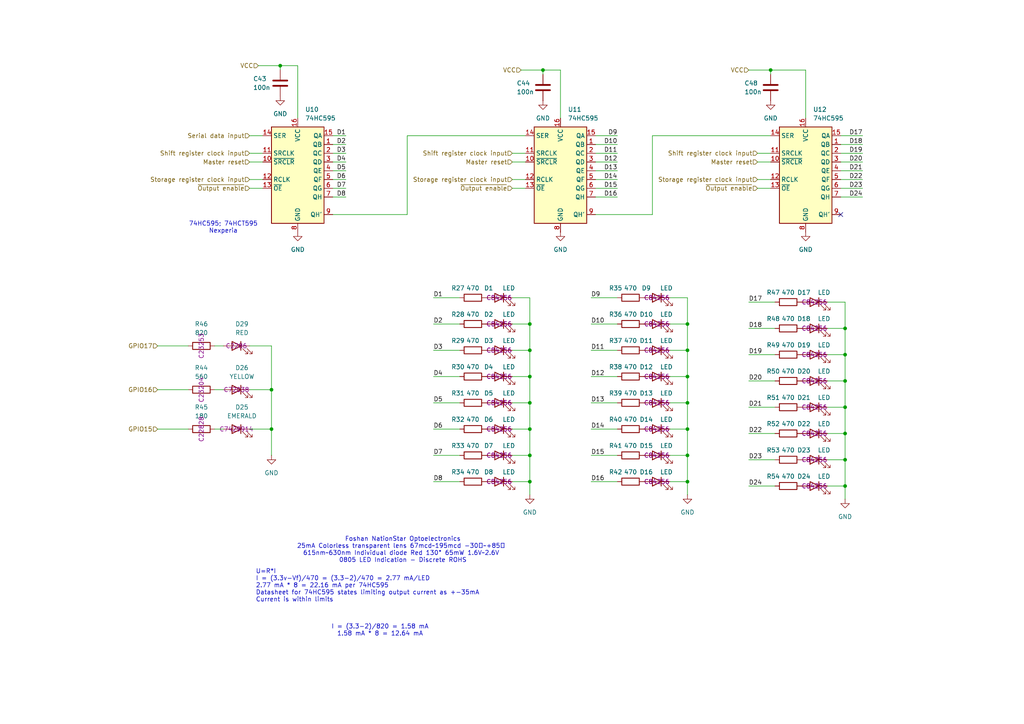
<source format=kicad_sch>
(kicad_sch (version 20250114) (generator "eeschema") (generator_version "9.0")
  (paper "A4")
  (lib_symbols
    (symbol "74xx:74HC595"
      (property "Reference" "U" (at -7.62 13.97 0))
      (property "Value" "74HC595" (at -7.62 -16.51 0))
      (symbol "74HC595_1_0"
        (pin input line (at -10.16 10.16 0) (length 2.54) (name "SER") (number "14"))
        (pin input line (at -10.16 5.08 0) (length 2.54) (name "SRCLK") (number "11"))
        (pin input line (at -10.16 2.54 0) (length 2.54) (name "~{SRCLR}") (number "10"))
        (pin input line (at -10.16 -2.54 0) (length 2.54) (name "RCLK") (number "12"))
        (pin input line (at -10.16 -5.08 0) (length 2.54) (name "~{OE}") (number "13"))
        (pin power_in line (at 0 15.24 270) (length 2.54) (name "VCC") (number "16"))
        (pin power_in line (at 0 -17.78 90) (length 2.54) (name "GND") (number "8"))
        (pin tri_state line (at 10.16 10.16 180) (length 2.54) (name "QA") (number "15"))
        (pin tri_state line (at 10.16 7.62 180) (length 2.54) (name "QB") (number "1"))
        (pin tri_state line (at 10.16 5.08 180) (length 2.54) (name "QC") (number "2"))
        (pin tri_state line (at 10.16 2.54 180) (length 2.54) (name "QD") (number "3"))
        (pin tri_state line (at 10.16 0 180) (length 2.54) (name "QE") (number "4"))
        (pin tri_state line (at 10.16 -2.54 180) (length 2.54) (name "QF") (number "5"))
        (pin tri_state line (at 10.16 -5.08 180) (length 2.54) (name "QG") (number "6"))
        (pin tri_state line (at 10.16 -7.62 180) (length 2.54) (name "QH") (number "7"))
        (pin output line (at 10.16 -12.7 180) (length 2.54) (name "QH'") (number "9"))
      )
      (symbol "74HC595_1_1"
        (rectangle (start -7.62 12.7) (end 7.62 -15.24) (stroke (width 0.254)) (fill (type background)))
      )
    )
    (symbol "Device:C" (pin_numbers (hide yes)) (pin_names (offset 0.254))
      (property "Reference" "C" (at 0.635 2.54 0))
      (property "Value" "C" (at 0.635 -2.54 0))
      (symbol "C_0_1"
        (polyline (pts (xy -2.032 0.762) (xy 2.032 0.762)) (stroke (width 0.508)))
        (polyline (pts (xy -2.032 -0.762) (xy 2.032 -0.762)) (stroke (width 0.508)))
      )
      (symbol "C_1_1"
        (pin passive line (at 0 3.81 270) (length 2.794) (name "~") (number "1"))
        (pin passive line (at 0 -3.81 90) (length 2.794) (name "~") (number "2"))
      )
    )
    (symbol "Device:LED" (pin_numbers (hide yes)) (pin_names (offset 1.016) (hide yes))
      (property "Reference" "D" (at 0 2.54 0))
      (property "Value" "LED" (at 0 -2.54 0))
      (symbol "LED_0_1"
        (polyline (pts (xy -3.048 -0.762) (xy -4.572 -2.286) (xy -3.81 -2.286) (xy -4.572 -2.286) (xy -4.572 -1.524)))
        (polyline (pts (xy -1.778 -0.762) (xy -3.302 -2.286) (xy -2.54 -2.286) (xy -3.302 -2.286) (xy -3.302 -1.524)))
        (polyline (pts (xy -1.27 0) (xy 1.27 0)))
        (polyline (pts (xy -1.27 -1.27) (xy -1.27 1.27)) (stroke (width 0.254)))
        (polyline (pts (xy 1.27 -1.27) (xy 1.27 1.27) (xy -1.27 0) (xy 1.27 -1.27)) (stroke (width 0.254)))
      )
      (symbol "LED_1_1"
        (pin passive line (at -3.81 0 0) (length 2.54) (name "K") (number "1"))
        (pin passive line (at 3.81 0 180) (length 2.54) (name "A") (number "2"))
      )
    )
    (symbol "Device:R" (pin_numbers (hide yes)) (pin_names (offset 0))
      (property "Reference" "R" (at 2.032 0 90))
      (property "Value" "R" (at 0 0 90))
      (symbol "R_0_1"
        (rectangle (start -1.016 -2.54) (end 1.016 2.54) (stroke (width 0.254)))
      )
      (symbol "R_1_1"
        (pin passive line (at 0 3.81 270) (length 1.27) (name "~") (number "1"))
        (pin passive line (at 0 -3.81 90) (length 1.27) (name "~") (number "2"))
      )
    )
    (symbol "GND_2" (power) (pin_numbers (hide yes)) (pin_names (offset 0) (hide yes))
      (property "Value" "GND" (at 0 -3.81 0))
      (symbol "GND_2_0_1"
        (polyline (pts (xy 0 0) (xy 0 -1.27) (xy 1.27 -1.27) (xy 0 -2.54) (xy -1.27 -1.27) (xy 0 -1.27)))
      )
      (symbol "GND_2_1_1"
        (pin power_in line (at 0 0 270) (length 0) (name "~") (number "1"))
      )
    )
    (symbol "power:GND" (power) (pin_numbers (hide yes)) (pin_names (offset 0) (hide yes))
      (property "Value" "GND" (at 0 -3.81 0))
      (symbol "GND_0_1"
        (polyline (pts (xy 0 0) (xy 0 -1.27) (xy 1.27 -1.27) (xy 0 -2.54) (xy -1.27 -1.27) (xy 0 -1.27)))
      )
      (symbol "GND_1_1"
        (pin power_in line (at 0 0 270) (length 0) (name "~") (number "1"))
      )
    )
  )
  (text "74HC595; 74HCT595\nNexperia\n" (at 64.77 66.04 0) (effects (font (size 1.27 1.27))))
  (text "I = (3.3-2)/820 = 1.58 mA\n1.58 mA * 8 = 12.64 mA\n" (at 110.236 182.88 0) (effects (font (size 1.27 1.27))))
  (text "Foshan NationStar Optoelectronics\n25mA Colorless transparent lens 67mcd~195mcd -30℃~+85℃ \n615nm~630nm Individual diode Red 130° 65mW 1.6V~2.6V \n0805 LED Indication - Discrete ROHS" (at 116.84 159.512 0) (effects (font (size 1.27 1.27))))
  (text "U=R*I\nI = (3.3v-Vf)/470 = (3.3-2)/470 = 2.77 mA/LED\n2.77 mA * 8 = 22.16 mA per 74HC595\nDatasheet for 74HC595 states limiting output current as +-35mA\nCurrent is within limits" (at 74.168 169.926 0) (effects (font (size 1.27 1.27)) (justify left)))
  (junction (at 78.74 124.46))
  (junction (at 199.39 93.98))
  (junction (at 245.11 102.87))
  (junction (at 245.11 118.11))
  (junction (at 223.52 20.32))
  (junction (at 153.67 93.98))
  (junction (at 199.39 124.46))
  (junction (at 245.11 125.73))
  (junction (at 199.39 139.7))
  (junction (at 153.67 139.7))
  (junction (at 153.67 109.22))
  (junction (at 153.67 101.6))
  (junction (at 199.39 101.6))
  (junction (at 199.39 132.08))
  (junction (at 153.67 116.84))
  (junction (at 153.67 124.46))
  (junction (at 153.67 132.08))
  (junction (at 245.11 133.35))
  (junction (at 81.28 19.05))
  (junction (at 199.39 109.22))
  (junction (at 199.39 116.84))
  (junction (at 245.11 140.97))
  (junction (at 245.11 110.49))
  (junction (at 245.11 95.25))
  (junction (at 157.48 20.32))
  (junction (at 78.74 113.03))
  (no_connect (at 243.84 62.23))
  (wire (pts (xy 78.74 113.03) (xy 72.39 113.03)))
  (wire (pts (xy 148.59 101.6) (xy 153.67 101.6)))
  (wire (pts (xy 148.59 132.08) (xy 153.67 132.08)))
  (wire (pts (xy 250.19 39.37) (xy 243.84 39.37)))
  (wire (pts (xy 153.67 86.36) (xy 153.67 93.98)))
  (wire (pts (xy 74.93 19.05) (xy 81.28 19.05)))
  (wire (pts (xy 240.03 118.11) (xy 245.11 118.11)))
  (wire (pts (xy 81.28 20.32) (xy 81.28 19.05)))
  (wire (pts (xy 96.52 54.61) (xy 100.33 54.61)))
  (wire (pts (xy 171.45 86.36) (xy 179.07 86.36)))
  (wire (pts (xy 125.73 132.08) (xy 133.35 132.08)))
  (wire (pts (xy 194.31 86.36) (xy 199.39 86.36)))
  (wire (pts (xy 240.03 87.63) (xy 245.11 87.63)))
  (wire (pts (xy 199.39 124.46) (xy 199.39 132.08)))
  (wire (pts (xy 162.56 20.32) (xy 162.56 34.29)))
  (wire (pts (xy 171.45 116.84) (xy 179.07 116.84)))
  (wire (pts (xy 96.52 57.15) (xy 100.33 57.15)))
  (wire (pts (xy 148.59 93.98) (xy 153.67 93.98)))
  (wire (pts (xy 194.31 93.98) (xy 199.39 93.98)))
  (wire (pts (xy 72.39 39.37) (xy 76.2 39.37)))
  (wire (pts (xy 217.17 87.63) (xy 224.79 87.63)))
  (wire (pts (xy 148.59 86.36) (xy 153.67 86.36)))
  (wire (pts (xy 118.11 39.37) (xy 152.4 39.37)))
  (wire (pts (xy 179.07 44.45) (xy 172.72 44.45)))
  (wire (pts (xy 148.59 139.7) (xy 153.67 139.7)))
  (wire (pts (xy 219.71 54.61) (xy 223.52 54.61)))
  (wire (pts (xy 219.71 52.07) (xy 223.52 52.07)))
  (wire (pts (xy 217.17 102.87) (xy 224.79 102.87)))
  (wire (pts (xy 223.52 20.32) (xy 223.52 21.59)))
  (wire (pts (xy 86.36 19.05) (xy 86.36 34.29)))
  (wire (pts (xy 153.67 139.7) (xy 153.67 143.51)))
  (wire (pts (xy 72.39 52.07) (xy 76.2 52.07)))
  (wire (pts (xy 240.03 140.97) (xy 245.11 140.97)))
  (wire (pts (xy 171.45 109.22) (xy 179.07 109.22)))
  (wire (pts (xy 245.11 133.35) (xy 245.11 140.97)))
  (wire (pts (xy 217.17 118.11) (xy 224.79 118.11)))
  (wire (pts (xy 250.19 46.99) (xy 243.84 46.99)))
  (wire (pts (xy 199.39 109.22) (xy 199.39 116.84)))
  (wire (pts (xy 148.59 109.22) (xy 153.67 109.22)))
  (wire (pts (xy 96.52 46.99) (xy 100.33 46.99)))
  (wire (pts (xy 217.17 20.32) (xy 223.52 20.32)))
  (wire (pts (xy 64.77 113.03) (xy 62.23 113.03)))
  (wire (pts (xy 125.73 86.36) (xy 133.35 86.36)))
  (wire (pts (xy 153.67 101.6) (xy 153.67 109.22)))
  (wire (pts (xy 179.07 46.99) (xy 172.72 46.99)))
  (wire (pts (xy 54.61 124.46) (xy 45.72 124.46)))
  (wire (pts (xy 153.67 93.98) (xy 153.67 101.6)))
  (wire (pts (xy 125.73 109.22) (xy 133.35 109.22)))
  (wire (pts (xy 217.17 133.35) (xy 224.79 133.35)))
  (wire (pts (xy 245.11 125.73) (xy 245.11 133.35)))
  (wire (pts (xy 153.67 132.08) (xy 153.67 139.7)))
  (wire (pts (xy 245.11 110.49) (xy 245.11 118.11)))
  (wire (pts (xy 151.13 20.32) (xy 157.48 20.32)))
  (wire (pts (xy 194.31 109.22) (xy 199.39 109.22)))
  (wire (pts (xy 245.11 118.11) (xy 245.11 125.73)))
  (wire (pts (xy 199.39 93.98) (xy 199.39 101.6)))
  (wire (pts (xy 219.71 44.45) (xy 223.52 44.45)))
  (wire (pts (xy 125.73 93.98) (xy 133.35 93.98)))
  (wire (pts (xy 189.23 39.37) (xy 223.52 39.37)))
  (wire (pts (xy 153.67 124.46) (xy 153.67 132.08)))
  (wire (pts (xy 179.07 54.61) (xy 172.72 54.61)))
  (wire (pts (xy 171.45 124.46) (xy 179.07 124.46)))
  (wire (pts (xy 240.03 133.35) (xy 245.11 133.35)))
  (wire (pts (xy 223.52 20.32) (xy 233.68 20.32)))
  (wire (pts (xy 153.67 109.22) (xy 153.67 116.84)))
  (wire (pts (xy 199.39 86.36) (xy 199.39 93.98)))
  (wire (pts (xy 179.07 41.91) (xy 172.72 41.91)))
  (wire (pts (xy 194.31 132.08) (xy 199.39 132.08)))
  (wire (pts (xy 217.17 110.49) (xy 224.79 110.49)))
  (wire (pts (xy 171.45 101.6) (xy 179.07 101.6)))
  (wire (pts (xy 78.74 100.33) (xy 72.39 100.33)))
  (wire (pts (xy 217.17 125.73) (xy 224.79 125.73)))
  (wire (pts (xy 189.23 39.37) (xy 189.23 62.23)))
  (wire (pts (xy 96.52 52.07) (xy 100.33 52.07)))
  (wire (pts (xy 78.74 124.46) (xy 78.74 132.08)))
  (wire (pts (xy 171.45 93.98) (xy 179.07 93.98)))
  (wire (pts (xy 245.11 140.97) (xy 245.11 144.78)))
  (wire (pts (xy 199.39 139.7) (xy 199.39 143.51)))
  (wire (pts (xy 96.52 39.37) (xy 100.33 39.37)))
  (wire (pts (xy 148.59 54.61) (xy 152.4 54.61)))
  (wire (pts (xy 125.73 116.84) (xy 133.35 116.84)))
  (wire (pts (xy 64.77 100.33) (xy 62.23 100.33)))
  (wire (pts (xy 194.31 124.46) (xy 199.39 124.46)))
  (wire (pts (xy 245.11 102.87) (xy 245.11 110.49)))
  (wire (pts (xy 245.11 87.63) (xy 245.11 95.25)))
  (wire (pts (xy 54.61 100.33) (xy 45.72 100.33)))
  (wire (pts (xy 78.74 113.03) (xy 78.74 124.46)))
  (wire (pts (xy 219.71 46.99) (xy 223.52 46.99)))
  (wire (pts (xy 62.23 124.46) (xy 64.77 124.46)))
  (wire (pts (xy 171.45 139.7) (xy 179.07 139.7)))
  (wire (pts (xy 96.52 62.23) (xy 118.11 62.23)))
  (wire (pts (xy 171.45 132.08) (xy 179.07 132.08)))
  (wire (pts (xy 153.67 116.84) (xy 153.67 124.46)))
  (wire (pts (xy 148.59 46.99) (xy 152.4 46.99)))
  (wire (pts (xy 125.73 139.7) (xy 133.35 139.7)))
  (wire (pts (xy 199.39 101.6) (xy 199.39 109.22)))
  (wire (pts (xy 240.03 95.25) (xy 245.11 95.25)))
  (wire (pts (xy 96.52 44.45) (xy 100.33 44.45)))
  (wire (pts (xy 172.72 62.23) (xy 189.23 62.23)))
  (wire (pts (xy 78.74 100.33) (xy 78.74 113.03)))
  (wire (pts (xy 125.73 124.46) (xy 133.35 124.46)))
  (wire (pts (xy 250.19 41.91) (xy 243.84 41.91)))
  (wire (pts (xy 194.31 101.6) (xy 199.39 101.6)))
  (wire (pts (xy 179.07 39.37) (xy 172.72 39.37)))
  (wire (pts (xy 148.59 116.84) (xy 153.67 116.84)))
  (wire (pts (xy 250.19 54.61) (xy 243.84 54.61)))
  (wire (pts (xy 125.73 101.6) (xy 133.35 101.6)))
  (wire (pts (xy 217.17 95.25) (xy 224.79 95.25)))
  (wire (pts (xy 245.11 95.25) (xy 245.11 102.87)))
  (wire (pts (xy 72.39 46.99) (xy 76.2 46.99)))
  (wire (pts (xy 157.48 20.32) (xy 157.48 21.59)))
  (wire (pts (xy 250.19 52.07) (xy 243.84 52.07)))
  (wire (pts (xy 250.19 44.45) (xy 243.84 44.45)))
  (wire (pts (xy 72.39 54.61) (xy 76.2 54.61)))
  (wire (pts (xy 96.52 41.91) (xy 100.33 41.91)))
  (wire (pts (xy 179.07 57.15) (xy 172.72 57.15)))
  (wire (pts (xy 118.11 62.23) (xy 118.11 39.37)))
  (wire (pts (xy 250.19 49.53) (xy 243.84 49.53)))
  (wire (pts (xy 240.03 125.73) (xy 245.11 125.73)))
  (wire (pts (xy 54.61 113.03) (xy 45.72 113.03)))
  (wire (pts (xy 81.28 19.05) (xy 86.36 19.05)))
  (wire (pts (xy 96.52 49.53) (xy 100.33 49.53)))
  (wire (pts (xy 194.31 139.7) (xy 199.39 139.7)))
  (wire (pts (xy 148.59 124.46) (xy 153.67 124.46)))
  (wire (pts (xy 148.59 44.45) (xy 152.4 44.45)))
  (wire (pts (xy 199.39 116.84) (xy 199.39 124.46)))
  (wire (pts (xy 179.07 49.53) (xy 172.72 49.53)))
  (wire (pts (xy 217.17 140.97) (xy 224.79 140.97)))
  (wire (pts (xy 157.48 20.32) (xy 162.56 20.32)))
  (wire (pts (xy 148.59 52.07) (xy 152.4 52.07)))
  (wire (pts (xy 240.03 110.49) (xy 245.11 110.49)))
  (wire (pts (xy 72.39 44.45) (xy 76.2 44.45)))
  (wire (pts (xy 78.74 124.46) (xy 72.39 124.46)))
  (wire (pts (xy 240.03 102.87) (xy 245.11 102.87)))
  (wire (pts (xy 194.31 116.84) (xy 199.39 116.84)))
  (wire (pts (xy 250.19 57.15) (xy 243.84 57.15)))
  (wire (pts (xy 179.07 52.07) (xy 172.72 52.07)))
  (wire (pts (xy 199.39 132.08) (xy 199.39 139.7)))
  (wire (pts (xy 233.68 20.32) (xy 233.68 34.29)))
  (label "D14" (at 179.07 52.07 180))
  (label "D6" (at 125.73 124.46 0))
  (label "D4" (at 125.73 109.22 0))
  (label "D22" (at 217.17 125.73 0))
  (label "D8" (at 100.33 57.15 180))
  (label "D21" (at 250.19 49.53 180))
  (label "D6" (at 100.33 52.07 180))
  (label "D7" (at 125.73 132.08 0))
  (label "D13" (at 171.45 116.84 0))
  (label "D21" (at 217.17 118.11 0))
  (label "D24" (at 250.19 57.15 180))
  (label "D15" (at 171.45 132.08 0))
  (label "D10" (at 179.07 41.91 180))
  (label "D2" (at 125.73 93.98 0))
  (label "D1" (at 100.33 39.37 180))
  (label "D16" (at 179.07 57.15 180))
  (label "D7" (at 100.33 54.61 180))
  (label "D17" (at 217.17 87.63 0))
  (label "D5" (at 100.33 49.53 180))
  (label "D14" (at 171.45 124.46 0))
  (label "D1" (at 125.73 86.36 0))
  (label "D12" (at 179.07 46.99 180))
  (label "D17" (at 250.19 39.37 180))
  (label "D3" (at 100.33 44.45 180))
  (label "D23" (at 250.19 54.61 180))
  (label "D19" (at 250.19 44.45 180))
  (label "D12" (at 171.45 109.22 0))
  (label "D18" (at 217.17 95.25 0))
  (label "D5" (at 125.73 116.84 0))
  (label "D9" (at 179.07 39.37 180))
  (label "D23" (at 217.17 133.35 0))
  (label "D19" (at 217.17 102.87 0))
  (label "D4" (at 100.33 46.99 180))
  (label "D16" (at 171.45 139.7 0))
  (label "D18" (at 250.19 41.91 180))
  (label "D11" (at 171.45 101.6 0))
  (label "D11" (at 179.07 44.45 180))
  (label "D2" (at 100.33 41.91 180))
  (label "D13" (at 179.07 49.53 180))
  (label "D10" (at 171.45 93.98 0))
  (label "D9" (at 171.45 86.36 0))
  (label "D8" (at 125.73 139.7 0))
  (label "D24" (at 217.17 140.97 0))
  (label "D15" (at 179.07 54.61 180))
  (label "D20" (at 250.19 46.99 180))
  (label "D3" (at 125.73 101.6 0))
  (label "D20" (at 217.17 110.49 0))
  (label "D22" (at 250.19 52.07 180))
  (hierarchical_label "VCC" (shape input) (at 217.17 20.32 180))
  (hierarchical_label "VCC" (shape input) (at 74.93 19.05 180))
  (hierarchical_label "GPIO16" (shape input) (at 45.72 113.03 180))
  (hierarchical_label "~{Output enable}" (shape input) (at 148.59 54.61 180))
  (hierarchical_label "VCC" (shape input) (at 151.13 20.32 180))
  (hierarchical_label "GPIO15" (shape input) (at 45.72 124.46 180))
  (hierarchical_label "Serial data input" (shape input) (at 72.39 39.37 180))
  (hierarchical_label "Master reset" (shape input) (at 72.39 46.99 180))
  (hierarchical_label "Master reset" (shape input) (at 148.59 46.99 180))
  (hierarchical_label "Master reset" (shape input) (at 219.71 46.99 180))
  (hierarchical_label "Storage register clock input" (shape input) (at 72.39 52.07 180))
  (hierarchical_label "~{Output enable}" (shape input) (at 72.39 54.61 180))
  (hierarchical_label "Storage register clock input" (shape input) (at 219.71 52.07 180))
  (hierarchical_label "Shift register clock input" (shape input) (at 72.39 44.45 180))
  (hierarchical_label "Storage register clock input" (shape input) (at 148.59 52.07 180))
  (hierarchical_label "Shift register clock input" (shape input) (at 148.59 44.45 180))
  (hierarchical_label "Shift register clock input" (shape input) (at 219.71 44.45 180))
  (hierarchical_label "GPIO17" (shape input) (at 45.72 100.33 180))
  (hierarchical_label "~{Output enable}" (shape input) (at 219.71 54.61 180))
  (symbol (lib_id "power:GND") (at 223.52 29.21 0) (unit 1)
    (property "Reference" "#PWR080" (effects (hide yes)))
    (property "Value" "GND" (at 223.52 34.29 0))
    (property "Description" "Power symbol creates a global label with name \"GND\" , ground" (effects (hide yes)))
  )
  (symbol (lib_id "Device:LED") (at 236.22 125.73 0) (mirror y) (unit 1)
    (property "Reference" "D22" (at 233.172 122.936 0))
    (property "Value" "LED" (at 239.014 122.936 0))
    (property "Footprint" "LED_SMD:LED_0805_2012Metric" (effects (hide yes)))
    (property "Description" "Light emitting diode" (effects (hide yes)))
    (property "Sim.Pins" "1=K 2=A" (effects (hide yes)))
    (property "LCSC" "C84256" (at 236.22 125.73 0))
  )
  (symbol (lib_id "Device:R") (at 228.6 140.97 270) (unit 1)
    (property "Reference" "R54" (at 224.282 138.176 90))
    (property "Value" "470" (at 228.6 138.176 90))
    (property "Footprint" "Resistor_SMD:R_0402_1005Metric" (effects (hide yes)))
    (property "Datasheet" "https://jlcpcb.com/partdetail/25860-0402WGF4700TCE/C25117" (effects (hide yes)))
    (property "Description" "Resistor" (effects (hide yes)))
    (property "LCSC" "C25117" (effects (hide yes)))
  )
  (symbol (lib_id "Device:LED") (at 144.78 93.98 0) (mirror y) (unit 1)
    (property "Reference" "D2" (at 141.732 91.186 0))
    (property "Value" "LED" (at 147.574 91.186 0))
    (property "Footprint" "LED_SMD:LED_0805_2012Metric" (effects (hide yes)))
    (property "Description" "Light emitting diode" (effects (hide yes)))
    (property "Sim.Pins" "1=K 2=A" (effects (hide yes)))
    (property "LCSC" "C84256" (at 144.78 93.98 0))
  )
  (symbol (lib_id "Device:LED") (at 144.78 86.36 0) (mirror y) (unit 1)
    (property "Reference" "D1" (at 141.732 83.566 0))
    (property "Value" "LED" (at 147.574 83.566 0))
    (property "Footprint" "LED_SMD:LED_0805_2012Metric" (effects (hide yes)))
    (property "Datasheet" "https://jlcpcb.com/api/file/downloadByFileSystemAccessId/8550724080677908480" (effects (hide yes)))
    (property "Description" "Light emitting diode" (effects (hide yes)))
    (property "Sim.Pins" "1=K 2=A" (effects (hide yes)))
    (property "LCSC" "C84256" (at 144.78 86.36 0))
  )
  (symbol (lib_id "Device:LED") (at 190.5 109.22 0) (mirror y) (unit 1)
    (property "Reference" "D12" (at 187.452 106.426 0))
    (property "Value" "LED" (at 193.294 106.426 0))
    (property "Footprint" "LED_SMD:LED_0805_2012Metric" (effects (hide yes)))
    (property "Description" "Light emitting diode" (effects (hide yes)))
    (property "Sim.Pins" "1=K 2=A" (effects (hide yes)))
    (property "LCSC" "C84256" (at 190.5 109.22 0))
  )
  (symbol (lib_id "Device:LED") (at 144.78 132.08 0) (mirror y) (unit 1)
    (property "Reference" "D7" (at 141.732 129.286 0))
    (property "Value" "LED" (at 147.574 129.286 0))
    (property "Footprint" "LED_SMD:LED_0805_2012Metric" (effects (hide yes)))
    (property "Description" "Light emitting diode" (effects (hide yes)))
    (property "Sim.Pins" "1=K 2=A" (effects (hide yes)))
    (property "LCSC" "C84256" (at 144.78 132.08 0))
  )
  (symbol (lib_id "Device:LED") (at 190.5 124.46 0) (mirror y) (unit 1)
    (property "Reference" "D14" (at 187.452 121.666 0))
    (property "Value" "LED" (at 193.294 121.666 0))
    (property "Footprint" "LED_SMD:LED_0805_2012Metric" (effects (hide yes)))
    (property "Description" "Light emitting diode" (effects (hide yes)))
    (property "Sim.Pins" "1=K 2=A" (effects (hide yes)))
    (property "LCSC" "C84256" (at 190.5 124.46 0))
  )
  (symbol (lib_id "Device:LED") (at 68.58 113.03 0) (mirror y) (unit 1)
    (property "Reference" "D26" (at 70.1675 106.68 0))
    (property "Value" "YELLOW" (at 70.1675 109.22 0))
    (property "Footprint" "LED_SMD:LED_0603_1608Metric" (effects (hide yes)))
    (property "Datasheet" "https://jlcpcb.com/partdetail/73147-19_213_Y2C_CQ2R2L_3T_CY/C72038" (effects (hide yes)))
    (property "Description" "Light emitting diode" (effects (hide yes)))
    (property "Sim.Pins" "1=K 2=A" (effects (hide yes)))
    (property "LCSC" "C72038" (at 68.58 113.03 0))
  )
  (symbol (lib_id "Device:R") (at 182.88 93.98 270) (unit 1)
    (property "Reference" "R36" (at 178.562 91.186 90))
    (property "Value" "470" (at 182.88 91.186 90))
    (property "Footprint" "Resistor_SMD:R_0402_1005Metric" (effects (hide yes)))
    (property "Datasheet" "https://jlcpcb.com/partdetail/25860-0402WGF4700TCE/C25117" (effects (hide yes)))
    (property "Description" "Resistor" (effects (hide yes)))
    (property "LCSC" "C25117" (effects (hide yes)))
  )
  (symbol (lib_id "Device:R") (at 182.88 109.22 270) (unit 1)
    (property "Reference" "R38" (at 178.562 106.426 90))
    (property "Value" "470" (at 182.88 106.426 90))
    (property "Footprint" "Resistor_SMD:R_0402_1005Metric" (effects (hide yes)))
    (property "Datasheet" "https://jlcpcb.com/partdetail/25860-0402WGF4700TCE/C25117" (effects (hide yes)))
    (property "Description" "Resistor" (effects (hide yes)))
    (property "LCSC" "C25117" (effects (hide yes)))
  )
  (symbol (lib_id "Device:LED") (at 144.78 101.6 0) (mirror y) (unit 1)
    (property "Reference" "D3" (at 141.732 98.806 0))
    (property "Value" "LED" (at 147.574 98.806 0))
    (property "Footprint" "LED_SMD:LED_0805_2012Metric" (effects (hide yes)))
    (property "Description" "Light emitting diode" (effects (hide yes)))
    (property "Sim.Pins" "1=K 2=A" (effects (hide yes)))
    (property "LCSC" "C84256" (at 144.78 101.6 0))
  )
  (symbol (lib_id "power:GND") (at 233.68 67.31 0) (unit 1)
    (property "Reference" "#PWR079" (effects (hide yes)))
    (property "Value" "GND" (at 233.68 72.39 0))
    (property "Description" "Power symbol creates a global label with name \"GND\" , ground" (effects (hide yes)))
  )
  (symbol (lib_id "power:GND") (at 153.67 143.51 0) (unit 1)
    (property "Reference" "#PWR063" (effects (hide yes)))
    (property "Value" "GND" (at 153.67 148.59 0))
    (property "Description" "Power symbol creates a global label with name \"GND\" , ground" (effects (hide yes)))
  )
  (symbol (lib_id "Device:LED") (at 68.58 124.46 0) (mirror y) (unit 1)
    (property "Reference" "D25" (at 70.1675 118.11 0))
    (property "Value" "EMERALD" (at 70.1675 120.65 0))
    (property "Footprint" "LED_SMD:LED_0603_1608Metric" (effects (hide yes)))
    (property "Datasheet" "https://jlcpcb.com/partdetail/EverlightElec-19_217_GHC_YR1S23T/C72043" (effects (hide yes)))
    (property "Description" "Light emitting diode" (effects (hide yes)))
    (property "Sim.Pins" "1=K 2=A" (effects (hide yes)))
    (property "LCSC" "C7429914" (at 68.58 124.46 0))
  )
  (symbol (lib_id "Device:LED") (at 236.22 133.35 0) (mirror y) (unit 1)
    (property "Reference" "D23" (at 233.172 130.556 0))
    (property "Value" "LED" (at 239.014 130.556 0))
    (property "Footprint" "LED_SMD:LED_0805_2012Metric" (effects (hide yes)))
    (property "Description" "Light emitting diode" (effects (hide yes)))
    (property "Sim.Pins" "1=K 2=A" (effects (hide yes)))
    (property "LCSC" "C84256" (at 236.22 133.35 0))
  )
  (symbol (lib_id "power:GND") (at 81.28 27.94 0) (unit 1)
    (property "Reference" "#PWR072" (effects (hide yes)))
    (property "Value" "GND" (at 81.28 33.02 0))
    (property "Description" "Power symbol creates a global label with name \"GND\" , ground" (effects (hide yes)))
  )
  (symbol (lib_id "Device:R") (at 137.16 101.6 270) (unit 1)
    (property "Reference" "R29" (at 132.842 98.806 90))
    (property "Value" "470" (at 137.16 98.806 90))
    (property "Footprint" "Resistor_SMD:R_0402_1005Metric" (effects (hide yes)))
    (property "Datasheet" "https://jlcpcb.com/partdetail/25860-0402WGF4700TCE/C25117" (effects (hide yes)))
    (property "Description" "Resistor" (effects (hide yes)))
    (property "LCSC" "C25117" (effects (hide yes)))
  )
  (symbol (lib_id "Device:LED") (at 190.5 116.84 0) (mirror y) (unit 1)
    (property "Reference" "D13" (at 187.452 114.046 0))
    (property "Value" "LED" (at 193.294 114.046 0))
    (property "Footprint" "LED_SMD:LED_0805_2012Metric" (effects (hide yes)))
    (property "Description" "Light emitting diode" (effects (hide yes)))
    (property "Sim.Pins" "1=K 2=A" (effects (hide yes)))
    (property "LCSC" "C84256" (at 190.5 116.84 0))
  )
  (symbol (lib_id "Device:R") (at 228.6 102.87 270) (unit 1)
    (property "Reference" "R49" (at 224.282 100.076 90))
    (property "Value" "470" (at 228.6 100.076 90))
    (property "Footprint" "Resistor_SMD:R_0402_1005Metric" (effects (hide yes)))
    (property "Datasheet" "https://jlcpcb.com/partdetail/25860-0402WGF4700TCE/C25117" (effects (hide yes)))
    (property "Description" "Resistor" (effects (hide yes)))
    (property "LCSC" "C25117" (effects (hide yes)))
  )
  (symbol (lib_id "Device:LED") (at 144.78 116.84 0) (mirror y) (unit 1)
    (property "Reference" "D5" (at 141.732 114.046 0))
    (property "Value" "LED" (at 147.574 114.046 0))
    (property "Footprint" "LED_SMD:LED_0805_2012Metric" (effects (hide yes)))
    (property "Description" "Light emitting diode" (effects (hide yes)))
    (property "Sim.Pins" "1=K 2=A" (effects (hide yes)))
    (property "LCSC" "C84256" (at 144.78 116.84 0))
  )
  (symbol (lib_id "Device:R") (at 182.88 101.6 270) (unit 1)
    (property "Reference" "R37" (at 178.562 98.806 90))
    (property "Value" "470" (at 182.88 98.806 90))
    (property "Footprint" "Resistor_SMD:R_0402_1005Metric" (effects (hide yes)))
    (property "Datasheet" "https://jlcpcb.com/partdetail/25860-0402WGF4700TCE/C25117" (effects (hide yes)))
    (property "Description" "Resistor" (effects (hide yes)))
    (property "LCSC" "C25117" (effects (hide yes)))
  )
  (symbol (lib_id "Device:LED") (at 144.78 139.7 0) (mirror y) (unit 1)
    (property "Reference" "D8" (at 141.732 136.906 0))
    (property "Value" "LED" (at 147.574 136.906 0))
    (property "Footprint" "LED_SMD:LED_0805_2012Metric" (effects (hide yes)))
    (property "Description" "Light emitting diode" (effects (hide yes)))
    (property "Sim.Pins" "1=K 2=A" (effects (hide yes)))
    (property "LCSC" "C84256" (at 144.78 139.7 0))
  )
  (symbol (lib_id "Device:R") (at 182.88 139.7 270) (unit 1)
    (property "Reference" "R42" (at 178.562 136.906 90))
    (property "Value" "470" (at 182.88 136.906 90))
    (property "Footprint" "Resistor_SMD:R_0402_1005Metric" (effects (hide yes)))
    (property "Datasheet" "https://jlcpcb.com/partdetail/25860-0402WGF4700TCE/C25117" (effects (hide yes)))
    (property "Description" "Resistor" (effects (hide yes)))
    (property "LCSC" "C25117" (effects (hide yes)))
  )
  (symbol (lib_id "Device:LED") (at 236.22 118.11 0) (mirror y) (unit 1)
    (property "Reference" "D21" (at 233.172 115.316 0))
    (property "Value" "LED" (at 239.014 115.316 0))
    (property "Footprint" "LED_SMD:LED_0805_2012Metric" (effects (hide yes)))
    (property "Description" "Light emitting diode" (effects (hide yes)))
    (property "Sim.Pins" "1=K 2=A" (effects (hide yes)))
    (property "LCSC" "C84256" (at 236.22 118.11 0))
  )
  (symbol (lib_id "Device:LED") (at 190.5 132.08 0) (mirror y) (unit 1)
    (property "Reference" "D15" (at 187.452 129.286 0))
    (property "Value" "LED" (at 193.294 129.286 0))
    (property "Footprint" "LED_SMD:LED_0805_2012Metric" (effects (hide yes)))
    (property "Description" "Light emitting diode" (effects (hide yes)))
    (property "Sim.Pins" "1=K 2=A" (effects (hide yes)))
    (property "LCSC" "C84256" (at 190.5 132.08 0))
  )
  (symbol (lib_id "Device:R") (at 182.88 116.84 270) (unit 1)
    (property "Reference" "R39" (at 178.562 114.046 90))
    (property "Value" "470" (at 182.88 114.046 90))
    (property "Footprint" "Resistor_SMD:R_0402_1005Metric" (effects (hide yes)))
    (property "Datasheet" "https://jlcpcb.com/partdetail/25860-0402WGF4700TCE/C25117" (effects (hide yes)))
    (property "Description" "Resistor" (effects (hide yes)))
    (property "LCSC" "C25117" (effects (hide yes)))
  )
  (symbol (lib_id "Device:C") (at 81.28 24.13 0) (unit 1)
    (property "Reference" "C43" (at 73.406 22.86 0) (effects (justify left)))
    (property "Value" "100n" (at 73.406 25.4 0) (effects (justify left)))
    (property "Footprint" "Capacitor_SMD:C_0402_1005Metric" (effects (hide yes)))
    (property "Description" "Unpolarized capacitor" (effects (hide yes)))
    (property "LCSC" "C1525" (effects (hide yes)))
  )
  (symbol (lib_id "Device:LED") (at 190.5 101.6 0) (mirror y) (unit 1)
    (property "Reference" "D11" (at 187.452 98.806 0))
    (property "Value" "LED" (at 193.294 98.806 0))
    (property "Footprint" "LED_SMD:LED_0805_2012Metric" (effects (hide yes)))
    (property "Description" "Light emitting diode" (effects (hide yes)))
    (property "Sim.Pins" "1=K 2=A" (effects (hide yes)))
    (property "LCSC" "C84256" (at 190.5 101.6 0))
  )
  (symbol (lib_id "Device:LED") (at 236.22 110.49 0) (mirror y) (unit 1)
    (property "Reference" "D20" (at 233.172 107.696 0))
    (property "Value" "LED" (at 239.014 107.696 0))
    (property "Footprint" "LED_SMD:LED_0805_2012Metric" (effects (hide yes)))
    (property "Description" "Light emitting diode" (effects (hide yes)))
    (property "Sim.Pins" "1=K 2=A" (effects (hide yes)))
    (property "LCSC" "C84256" (at 236.22 110.49 0))
  )
  (symbol (lib_id "Device:LED") (at 236.22 102.87 0) (mirror y) (unit 1)
    (property "Reference" "D19" (at 233.172 100.076 0))
    (property "Value" "LED" (at 239.014 100.076 0))
    (property "Footprint" "LED_SMD:LED_0805_2012Metric" (effects (hide yes)))
    (property "Description" "Light emitting diode" (effects (hide yes)))
    (property "Sim.Pins" "1=K 2=A" (effects (hide yes)))
    (property "LCSC" "C84256" (at 236.22 102.87 0))
  )
  (symbol (lib_id "74xx:74HC595") (at 86.36 49.53 0) (unit 1)
    (property "Reference" "U10" (at 88.5033 31.75 0) (effects (justify left)))
    (property "Value" "74HC595" (at 88.5033 34.29 0) (effects (justify left)))
    (property "Footprint" "Package_SO:SOIC-16_3.9x9.9mm_P1.27mm" (effects (hide yes)))
    (property "Datasheet" "https://jlcpcb.com/api/file/downloadByFileSystemAccessId/8579708624672903168" (effects (hide yes)))
    (property "Description" "8-bit serial in/out Shift Register 3-State Outputs" (effects (hide yes)))
    (property "LCSC" "C5947" (effects (hide yes)))
  )
  (symbol (lib_id "Device:LED") (at 144.78 124.46 0) (mirror y) (unit 1)
    (property "Reference" "D6" (at 141.732 121.666 0))
    (property "Value" "LED" (at 147.574 121.666 0))
    (property "Footprint" "LED_SMD:LED_0805_2012Metric" (effects (hide yes)))
    (property "Description" "Light emitting diode" (effects (hide yes)))
    (property "Sim.Pins" "1=K 2=A" (effects (hide yes)))
    (property "LCSC" "C84256" (at 144.78 124.46 0))
  )
  (symbol (lib_id "Device:R") (at 228.6 95.25 270) (unit 1)
    (property "Reference" "R48" (at 224.282 92.456 90))
    (property "Value" "470" (at 228.6 92.456 90))
    (property "Footprint" "Resistor_SMD:R_0402_1005Metric" (effects (hide yes)))
    (property "Datasheet" "https://jlcpcb.com/partdetail/25860-0402WGF4700TCE/C25117" (effects (hide yes)))
    (property "Description" "Resistor" (effects (hide yes)))
    (property "LCSC" "C25117" (effects (hide yes)))
  )
  (symbol (lib_id "Device:C") (at 157.48 25.4 0) (unit 1)
    (property "Reference" "C44" (at 149.86 24.13 0) (effects (justify left)))
    (property "Value" "100n" (at 149.86 26.67 0) (effects (justify left)))
    (property "Footprint" "Capacitor_SMD:C_0402_1005Metric" (effects (hide yes)))
    (property "Description" "Unpolarized capacitor" (effects (hide yes)))
    (property "LCSC" "C1525" (effects (hide yes)))
  )
  (symbol (lib_id "Device:R") (at 228.6 125.73 270) (unit 1)
    (property "Reference" "R52" (at 224.282 122.936 90))
    (property "Value" "470" (at 228.6 122.936 90))
    (property "Footprint" "Resistor_SMD:R_0402_1005Metric" (effects (hide yes)))
    (property "Datasheet" "https://jlcpcb.com/partdetail/25860-0402WGF4700TCE/C25117" (effects (hide yes)))
    (property "Description" "Resistor" (effects (hide yes)))
    (property "LCSC" "C25117" (effects (hide yes)))
  )
  (symbol (lib_id "Device:LED") (at 190.5 93.98 0) (mirror y) (unit 1)
    (property "Reference" "D10" (at 187.452 91.186 0))
    (property "Value" "LED" (at 193.294 91.186 0))
    (property "Footprint" "LED_SMD:LED_0805_2012Metric" (effects (hide yes)))
    (property "Description" "Light emitting diode" (effects (hide yes)))
    (property "Sim.Pins" "1=K 2=A" (effects (hide yes)))
    (property "LCSC" "C84256" (at 190.5 93.98 0))
  )
  (symbol (lib_id "Device:R") (at 137.16 132.08 270) (unit 1)
    (property "Reference" "R33" (at 132.842 129.286 90))
    (property "Value" "470" (at 137.16 129.286 90))
    (property "Footprint" "Resistor_SMD:R_0402_1005Metric" (effects (hide yes)))
    (property "Datasheet" "https://jlcpcb.com/partdetail/25860-0402WGF4700TCE/C25117" (effects (hide yes)))
    (property "Description" "Resistor" (effects (hide yes)))
    (property "LCSC" "C25117" (effects (hide yes)))
  )
  (symbol (lib_id "Device:R") (at 182.88 132.08 270) (unit 1)
    (property "Reference" "R41" (at 178.562 129.286 90))
    (property "Value" "470" (at 182.88 129.286 90))
    (property "Footprint" "Resistor_SMD:R_0402_1005Metric" (effects (hide yes)))
    (property "Datasheet" "https://jlcpcb.com/partdetail/25860-0402WGF4700TCE/C25117" (effects (hide yes)))
    (property "Description" "Resistor" (effects (hide yes)))
    (property "LCSC" "C25117" (effects (hide yes)))
  )
  (symbol (lib_id "Device:R") (at 228.6 110.49 270) (unit 1)
    (property "Reference" "R50" (at 224.282 107.696 90))
    (property "Value" "470" (at 228.6 107.696 90))
    (property "Footprint" "Resistor_SMD:R_0402_1005Metric" (effects (hide yes)))
    (property "Datasheet" "https://jlcpcb.com/partdetail/25860-0402WGF4700TCE/C25117" (effects (hide yes)))
    (property "Description" "Resistor" (effects (hide yes)))
    (property "LCSC" "C25117" (effects (hide yes)))
  )
  (symbol (lib_id "Device:R") (at 228.6 87.63 270) (unit 1)
    (property "Reference" "R47" (at 224.282 84.836 90))
    (property "Value" "470" (at 228.6 84.836 90))
    (property "Footprint" "Resistor_SMD:R_0402_1005Metric" (effects (hide yes)))
    (property "Datasheet" "https://jlcpcb.com/partdetail/25860-0402WGF4700TCE/C25117" (effects (hide yes)))
    (property "Description" "Resistor" (effects (hide yes)))
    (property "LCSC" "C25117" (effects (hide yes)))
  )
  (symbol (lib_id "74xx:74HC595") (at 233.68 49.53 0) (unit 1)
    (property "Reference" "U12" (at 235.8233 31.75 0) (effects (justify left)))
    (property "Value" "74HC595" (at 235.8233 34.29 0) (effects (justify left)))
    (property "Footprint" "Package_SO:SOIC-16_3.9x9.9mm_P1.27mm" (effects (hide yes)))
    (property "Datasheet" "http://www.ti.com/lit/ds/symlink/sn74hc595.pdf" (effects (hide yes)))
    (property "Description" "8-bit serial in/out Shift Register 3-State Outputs" (effects (hide yes)))
    (property "LCSC" "C5947" (effects (hide yes)))
  )
  (symbol (lib_id "Device:LED") (at 236.22 87.63 0) (mirror y) (unit 1)
    (property "Reference" "D17" (at 233.172 84.836 0))
    (property "Value" "LED" (at 239.014 84.836 0))
    (property "Footprint" "LED_SMD:LED_0805_2012Metric" (effects (hide yes)))
    (property "Description" "Light emitting diode" (effects (hide yes)))
    (property "Sim.Pins" "1=K 2=A" (effects (hide yes)))
    (property "LCSC" "C84256" (at 236.22 87.63 0))
  )
  (symbol (lib_id "Device:R") (at 137.16 139.7 270) (unit 1)
    (property "Reference" "R34" (at 132.842 136.906 90))
    (property "Value" "470" (at 137.16 136.906 90))
    (property "Footprint" "Resistor_SMD:R_0402_1005Metric" (effects (hide yes)))
    (property "Datasheet" "https://jlcpcb.com/partdetail/25860-0402WGF4700TCE/C25117" (effects (hide yes)))
    (property "Description" "Resistor" (effects (hide yes)))
    (property "LCSC" "C25117" (effects (hide yes)))
  )
  (symbol (lib_id "Device:C") (at 223.52 25.4 0) (unit 1)
    (property "Reference" "C48" (at 215.9 24.13 0) (effects (justify left)))
    (property "Value" "100n" (at 215.9 26.67 0) (effects (justify left)))
    (property "Footprint" "Capacitor_SMD:C_0402_1005Metric" (effects (hide yes)))
    (property "Description" "Unpolarized capacitor" (effects (hide yes)))
    (property "LCSC" "C1525" (effects (hide yes)))
  )
  (symbol (lib_id "Device:R") (at 182.88 86.36 270) (unit 1)
    (property "Reference" "R35" (at 178.562 83.566 90))
    (property "Value" "470" (at 182.88 83.566 90))
    (property "Footprint" "Resistor_SMD:R_0402_1005Metric" (effects (hide yes)))
    (property "Datasheet" "https://jlcpcb.com/partdetail/25860-0402WGF4700TCE/C25117" (effects (hide yes)))
    (property "Description" "Resistor" (effects (hide yes)))
    (property "LCSC" "C25117" (effects (hide yes)))
  )
  (symbol (lib_id "power:GND") (at 162.56 67.31 0) (unit 1)
    (property "Reference" "#PWR062" (effects (hide yes)))
    (property "Value" "GND" (at 162.56 72.39 0))
    (property "Description" "Power symbol creates a global label with name \"GND\" , ground" (effects (hide yes)))
  )
  (symbol (lib_id "Device:R") (at 228.6 118.11 270) (unit 1)
    (property "Reference" "R51" (at 224.282 115.316 90))
    (property "Value" "470" (at 228.6 115.316 90))
    (property "Footprint" "Resistor_SMD:R_0402_1005Metric" (effects (hide yes)))
    (property "Datasheet" "https://jlcpcb.com/partdetail/25860-0402WGF4700TCE/C25117" (effects (hide yes)))
    (property "Description" "Resistor" (effects (hide yes)))
    (property "LCSC" "C25117" (effects (hide yes)))
  )
  (symbol (lib_name "GND_2") (lib_id "power:GND") (at 78.74 132.08 0) (mirror y) (unit 1)
    (property "Reference" "#PWR076" (effects (hide yes)))
    (property "Value" "GND" (at 78.74 137.16 0))
    (property "Description" "Power symbol creates a global label with name \"GND\" , ground" (effects (hide yes)))
  )
  (symbol (lib_id "Device:R") (at 58.42 124.46 270) (mirror x) (unit 1)
    (property "Reference" "R45" (at 58.42 118.11 90))
    (property "Value" "180" (at 58.42 120.65 90))
    (property "Footprint" "Resistor_SMD:R_0603_1608Metric" (effects (hide yes)))
    (property "Datasheet" "https://jlcpcb.com/api/file/downloadByFileSystemAccessId/8579706319827632128" (effects (hide yes)))
    (property "Description" "Resistor" (effects (hide yes)))
    (property "LCSC" "C22828" (at 58.42 124.46 0))
  )
  (symbol (lib_id "power:GND") (at 245.11 144.78 0) (unit 1)
    (property "Reference" "#PWR077" (effects (hide yes)))
    (property "Value" "GND" (at 245.11 149.86 0))
    (property "Description" "Power symbol creates a global label with name \"GND\" , ground" (effects (hide yes)))
  )
  (symbol (lib_id "Device:R") (at 58.42 113.03 270) (mirror x) (unit 1)
    (property "Reference" "R44" (at 58.42 106.68 90))
    (property "Value" "560" (at 58.42 109.22 90))
    (property "Footprint" "Resistor_SMD:R_0603_1608Metric" (effects (hide yes)))
    (property "Datasheet" "https://jlcpcb.com/api/file/downloadByFileSystemAccessId/8579706319827632128" (effects (hide yes)))
    (property "Description" "Resistor" (effects (hide yes)))
    (property "LCSC" "C23204" (at 58.42 113.03 0))
  )
  (symbol (lib_id "power:GND") (at 86.36 67.31 0) (unit 1)
    (property "Reference" "#PWR061" (effects (hide yes)))
    (property "Value" "GND" (at 86.36 72.39 0))
    (property "Description" "Power symbol creates a global label with name \"GND\" , ground" (effects (hide yes)))
  )
  (symbol (lib_id "Device:R") (at 137.16 86.36 270) (unit 1)
    (property "Reference" "R27" (at 132.842 83.566 90))
    (property "Value" "470" (at 137.16 83.566 90))
    (property "Footprint" "Resistor_SMD:R_0402_1005Metric" (effects (hide yes)))
    (property "Datasheet" "https://jlcpcb.com/partdetail/25860-0402WGF4700TCE/C25117" (effects (hide yes)))
    (property "Description" "Resistor" (effects (hide yes)))
    (property "LCSC" "C25117" (effects (hide yes)))
  )
  (symbol (lib_id "Device:R") (at 137.16 93.98 270) (unit 1)
    (property "Reference" "R28" (at 132.842 91.186 90))
    (property "Value" "470" (at 137.16 91.186 90))
    (property "Footprint" "Resistor_SMD:R_0402_1005Metric" (effects (hide yes)))
    (property "Datasheet" "https://jlcpcb.com/partdetail/25860-0402WGF4700TCE/C25117" (effects (hide yes)))
    (property "Description" "Resistor" (effects (hide yes)))
    (property "LCSC" "C25117" (effects (hide yes)))
  )
  (symbol (lib_id "Device:R") (at 137.16 116.84 270) (unit 1)
    (property "Reference" "R31" (at 132.842 114.046 90))
    (property "Value" "470" (at 137.16 114.046 90))
    (property "Footprint" "Resistor_SMD:R_0402_1005Metric" (effects (hide yes)))
    (property "Datasheet" "https://jlcpcb.com/partdetail/25860-0402WGF4700TCE/C25117" (effects (hide yes)))
    (property "Description" "Resistor" (effects (hide yes)))
    (property "LCSC" "C25117" (effects (hide yes)))
  )
  (symbol (lib_id "Device:LED") (at 144.78 109.22 0) (mirror y) (unit 1)
    (property "Reference" "D4" (at 141.732 106.426 0))
    (property "Value" "LED" (at 147.574 106.426 0))
    (property "Footprint" "LED_SMD:LED_0805_2012Metric" (effects (hide yes)))
    (property "Description" "Light emitting diode" (effects (hide yes)))
    (property "Sim.Pins" "1=K 2=A" (effects (hide yes)))
    (property "LCSC" "C84256" (at 144.78 109.22 0))
  )
  (symbol (lib_id "power:GND") (at 157.48 29.21 0) (unit 1)
    (property "Reference" "#PWR073" (effects (hide yes)))
    (property "Value" "GND" (at 157.48 34.29 0))
    (property "Description" "Power symbol creates a global label with name \"GND\" , ground" (effects (hide yes)))
  )
  (symbol (lib_id "Device:R") (at 137.16 124.46 270) (unit 1)
    (property "Reference" "R32" (at 132.842 121.666 90))
    (property "Value" "470" (at 137.16 121.666 90))
    (property "Footprint" "Resistor_SMD:R_0402_1005Metric" (effects (hide yes)))
    (property "Datasheet" "https://jlcpcb.com/partdetail/25860-0402WGF4700TCE/C25117" (effects (hide yes)))
    (property "Description" "Resistor" (effects (hide yes)))
    (property "LCSC" "C25117" (effects (hide yes)))
  )
  (symbol (lib_id "Device:LED") (at 236.22 95.25 0) (mirror y) (unit 1)
    (property "Reference" "D18" (at 233.172 92.456 0))
    (property "Value" "LED" (at 239.014 92.456 0))
    (property "Footprint" "LED_SMD:LED_0805_2012Metric" (effects (hide yes)))
    (property "Description" "Light emitting diode" (effects (hide yes)))
    (property "Sim.Pins" "1=K 2=A" (effects (hide yes)))
    (property "LCSC" "C84256" (at 236.22 95.25 0))
  )
  (symbol (lib_id "Device:LED") (at 68.58 100.33 0) (mirror y) (unit 1)
    (property "Reference" "D29" (at 70.1675 93.98 0))
    (property "Value" "RED" (at 70.1675 96.52 0))
    (property "Footprint" "LED_SMD:LED_0603_1608Metric" (effects (hide yes)))
    (property "Datasheet" "https://jlcpcb.com/api/file/downloadByFileSystemAccessId/8550723991833485312" (effects (hide yes)))
    (property "Description" "Light emitting diode" (effects (hide yes)))
    (property "Sim.Pins" "1=K 2=A" (effects (hide yes)))
    (property "LCSC" "C2286" (at 68.58 100.33 0))
  )
  (symbol (lib_id "Device:LED") (at 190.5 139.7 0) (mirror y) (unit 1)
    (property "Reference" "D16" (at 187.452 136.906 0))
    (property "Value" "LED" (at 193.294 136.906 0))
    (property "Footprint" "LED_SMD:LED_0805_2012Metric" (effects (hide yes)))
    (property "Description" "Light emitting diode" (effects (hide yes)))
    (property "Sim.Pins" "1=K 2=A" (effects (hide yes)))
    (property "LCSC" "C84256" (at 190.5 139.7 0))
  )
  (symbol (lib_id "Device:R") (at 137.16 109.22 270) (unit 1)
    (property "Reference" "R30" (at 132.842 106.426 90))
    (property "Value" "470" (at 137.16 106.426 90))
    (property "Footprint" "Resistor_SMD:R_0402_1005Metric" (effects (hide yes)))
    (property "Datasheet" "https://jlcpcb.com/partdetail/25860-0402WGF4700TCE/C25117" (effects (hide yes)))
    (property "Description" "Resistor" (effects (hide yes)))
    (property "LCSC" "C25117" (effects (hide yes)))
  )
  (symbol (lib_id "Device:LED") (at 190.5 86.36 0) (mirror y) (unit 1)
    (property "Reference" "D9" (at 187.452 83.566 0))
    (property "Value" "LED" (at 193.294 83.566 0))
    (property "Footprint" "LED_SMD:LED_0805_2012Metric" (effects (hide yes)))
    (property "Description" "Light emitting diode" (effects (hide yes)))
    (property "Sim.Pins" "1=K 2=A" (effects (hide yes)))
    (property "LCSC" "C84256" (at 190.5 86.36 0))
  )
  (symbol (lib_id "Device:R") (at 58.42 100.33 270) (mirror x) (unit 1)
    (property "Reference" "R46" (at 58.42 93.98 90))
    (property "Value" "820" (at 58.42 96.52 90))
    (property "Footprint" "Resistor_SMD:R_0603_1608Metric" (effects (hide yes)))
    (property "Datasheet" "https://jlcpcb.com/api/file/downloadByFileSystemAccessId/8579706319827632128" (effects (hide yes)))
    (property "Description" "Resistor" (effects (hide yes)))
    (property "LCSC" "C23253" (at 58.42 100.33 0))
  )
  (symbol (lib_id "74xx:74HC595") (at 162.56 49.53 0) (unit 1)
    (property "Reference" "U11" (at 164.7033 31.75 0) (effects (justify left)))
    (property "Value" "74HC595" (at 164.7033 34.29 0) (effects (justify left)))
    (property "Footprint" "Package_SO:SOIC-16_3.9x9.9mm_P1.27mm" (effects (hide yes)))
    (property "Datasheet" "http://www.ti.com/lit/ds/symlink/sn74hc595.pdf" (effects (hide yes)))
    (property "Description" "8-bit serial in/out Shift Register 3-State Outputs" (effects (hide yes)))
    (property "LCSC" "C5947" (effects (hide yes)))
  )
  (symbol (lib_id "Device:R") (at 182.88 124.46 270) (unit 1)
    (property "Reference" "R40" (at 178.562 121.666 90))
    (property "Value" "470" (at 182.88 121.666 90))
    (property "Footprint" "Resistor_SMD:R_0402_1005Metric" (effects (hide yes)))
    (property "Datasheet" "https://jlcpcb.com/partdetail/25860-0402WGF4700TCE/C25117" (effects (hide yes)))
    (property "Description" "Resistor" (effects (hide yes)))
    (property "LCSC" "C25117" (effects (hide yes)))
  )
  (symbol (lib_id "power:GND") (at 199.39 143.51 0) (unit 1)
    (property "Reference" "#PWR064" (effects (hide yes)))
    (property "Value" "GND" (at 199.39 148.59 0))
    (property "Description" "Power symbol creates a global label with name \"GND\" , ground" (effects (hide yes)))
  )
  (symbol (lib_id "Device:R") (at 228.6 133.35 270) (unit 1)
    (property "Reference" "R53" (at 224.282 130.556 90))
    (property "Value" "470" (at 228.6 130.556 90))
    (property "Footprint" "Resistor_SMD:R_0402_1005Metric" (effects (hide yes)))
    (property "Datasheet" "https://jlcpcb.com/partdetail/25860-0402WGF4700TCE/C25117" (effects (hide yes)))
    (property "Description" "Resistor" (effects (hide yes)))
    (property "LCSC" "C25117" (effects (hide yes)))
  )
  (symbol (lib_id "Device:LED") (at 236.22 140.97 0) (mirror y) (unit 1)
    (property "Reference" "D24" (at 233.172 138.176 0))
    (property "Value" "LED" (at 239.014 138.176 0))
    (property "Footprint" "LED_SMD:LED_0805_2012Metric" (effects (hide yes)))
    (property "Description" "Light emitting diode" (effects (hide yes)))
    (property "Sim.Pins" "1=K 2=A" (effects (hide yes)))
    (property "LCSC" "C84256" (at 236.22 140.97 0))
  )
)
</source>
